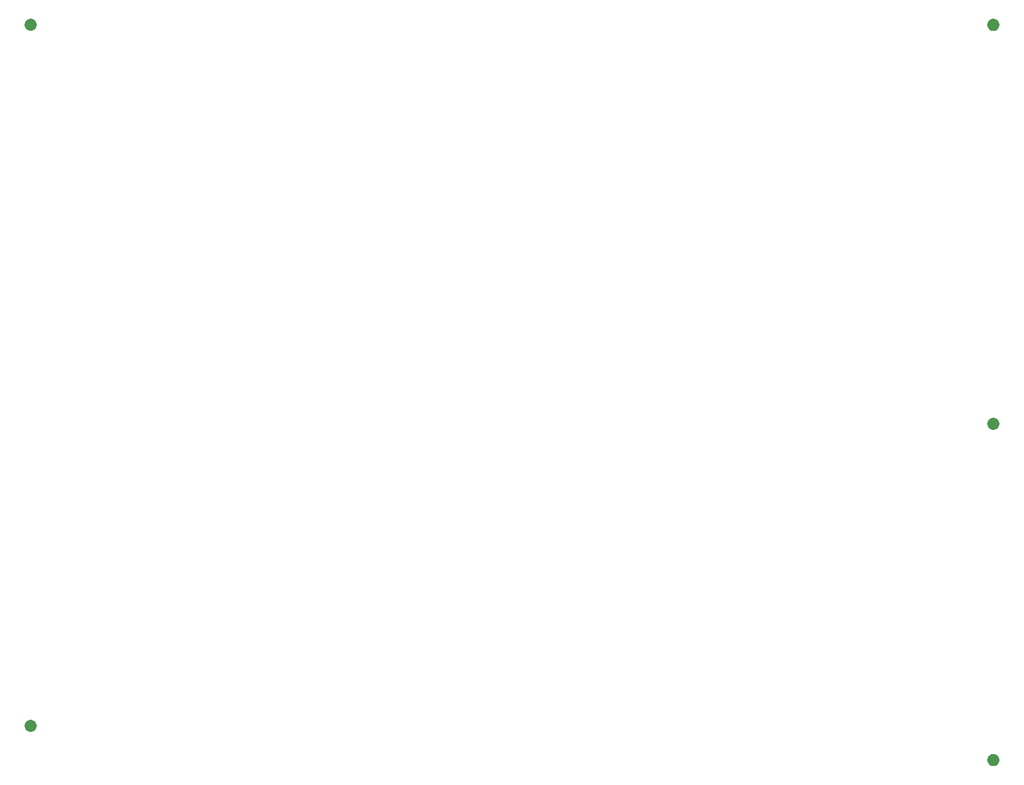
<source format=gbs>
G04 #@! TF.GenerationSoftware,KiCad,Pcbnew,(5.1.5-0-10_14)*
G04 #@! TF.CreationDate,2020-04-18T18:06:01+09:00*
G04 #@! TF.ProjectId,colice_pcb_left_bottom,636f6c69-6365-45f7-9063-625f6c656674,rev?*
G04 #@! TF.SameCoordinates,Original*
G04 #@! TF.FileFunction,Soldermask,Bot*
G04 #@! TF.FilePolarity,Negative*
%FSLAX46Y46*%
G04 Gerber Fmt 4.6, Leading zero omitted, Abs format (unit mm)*
G04 Created by KiCad (PCBNEW (5.1.5-0-10_14)) date 2020-04-18 18:06:01*
%MOMM*%
%LPD*%
G04 APERTURE LIST*
%ADD10C,0.100000*%
G04 APERTURE END LIST*
D10*
G36*
X203061081Y-164027431D02*
G01*
X203265999Y-164112311D01*
X203266001Y-164112312D01*
X203450423Y-164235539D01*
X203607261Y-164392377D01*
X203607262Y-164392379D01*
X203730489Y-164576801D01*
X203815369Y-164781719D01*
X203858640Y-164999257D01*
X203858640Y-165221063D01*
X203815369Y-165438601D01*
X203730489Y-165643519D01*
X203730488Y-165643521D01*
X203607261Y-165827943D01*
X203450423Y-165984781D01*
X203266001Y-166108008D01*
X203266000Y-166108009D01*
X203265999Y-166108009D01*
X203061081Y-166192889D01*
X202843543Y-166236160D01*
X202621737Y-166236160D01*
X202404199Y-166192889D01*
X202199281Y-166108009D01*
X202199280Y-166108009D01*
X202199279Y-166108008D01*
X202014857Y-165984781D01*
X201858019Y-165827943D01*
X201734792Y-165643521D01*
X201734791Y-165643519D01*
X201649911Y-165438601D01*
X201606640Y-165221063D01*
X201606640Y-164999257D01*
X201649911Y-164781719D01*
X201734791Y-164576801D01*
X201858018Y-164392379D01*
X201858019Y-164392377D01*
X202014857Y-164235539D01*
X202199279Y-164112312D01*
X202199281Y-164112311D01*
X202404199Y-164027431D01*
X202621737Y-163984160D01*
X202843543Y-163984160D01*
X203061081Y-164027431D01*
G37*
G36*
X23503401Y-157646951D02*
G01*
X23708319Y-157731831D01*
X23708321Y-157731832D01*
X23892743Y-157855059D01*
X24049581Y-158011897D01*
X24049582Y-158011899D01*
X24172809Y-158196321D01*
X24257689Y-158401239D01*
X24300960Y-158618777D01*
X24300960Y-158840583D01*
X24257689Y-159058121D01*
X24172809Y-159263039D01*
X24172808Y-159263041D01*
X24049581Y-159447463D01*
X23892743Y-159604301D01*
X23708321Y-159727528D01*
X23708320Y-159727529D01*
X23708319Y-159727529D01*
X23503401Y-159812409D01*
X23285863Y-159855680D01*
X23064057Y-159855680D01*
X22846519Y-159812409D01*
X22641601Y-159727529D01*
X22641600Y-159727529D01*
X22641599Y-159727528D01*
X22457177Y-159604301D01*
X22300339Y-159447463D01*
X22177112Y-159263041D01*
X22177111Y-159263039D01*
X22092231Y-159058121D01*
X22048960Y-158840583D01*
X22048960Y-158618777D01*
X22092231Y-158401239D01*
X22177111Y-158196321D01*
X22300338Y-158011899D01*
X22300339Y-158011897D01*
X22457177Y-157855059D01*
X22641599Y-157731832D01*
X22641601Y-157731831D01*
X22846519Y-157646951D01*
X23064057Y-157603680D01*
X23285863Y-157603680D01*
X23503401Y-157646951D01*
G37*
G36*
X203056001Y-101258951D02*
G01*
X203260919Y-101343831D01*
X203260921Y-101343832D01*
X203445343Y-101467059D01*
X203602181Y-101623897D01*
X203602182Y-101623899D01*
X203725409Y-101808321D01*
X203810289Y-102013239D01*
X203853560Y-102230777D01*
X203853560Y-102452583D01*
X203810289Y-102670121D01*
X203725409Y-102875039D01*
X203725408Y-102875041D01*
X203602181Y-103059463D01*
X203445343Y-103216301D01*
X203260921Y-103339528D01*
X203260920Y-103339529D01*
X203260919Y-103339529D01*
X203056001Y-103424409D01*
X202838463Y-103467680D01*
X202616657Y-103467680D01*
X202399119Y-103424409D01*
X202194201Y-103339529D01*
X202194200Y-103339529D01*
X202194199Y-103339528D01*
X202009777Y-103216301D01*
X201852939Y-103059463D01*
X201729712Y-102875041D01*
X201729711Y-102875039D01*
X201644831Y-102670121D01*
X201601560Y-102452583D01*
X201601560Y-102230777D01*
X201644831Y-102013239D01*
X201729711Y-101808321D01*
X201852938Y-101623899D01*
X201852939Y-101623897D01*
X202009777Y-101467059D01*
X202194199Y-101343832D01*
X202194201Y-101343831D01*
X202399119Y-101258951D01*
X202616657Y-101215680D01*
X202838463Y-101215680D01*
X203056001Y-101258951D01*
G37*
G36*
X203056001Y-26775991D02*
G01*
X203236393Y-26850712D01*
X203260921Y-26860872D01*
X203445343Y-26984099D01*
X203602181Y-27140937D01*
X203725408Y-27325359D01*
X203725409Y-27325361D01*
X203810289Y-27530279D01*
X203853560Y-27747817D01*
X203853560Y-27969623D01*
X203810289Y-28187161D01*
X203725409Y-28392079D01*
X203725408Y-28392081D01*
X203602181Y-28576503D01*
X203445343Y-28733341D01*
X203260921Y-28856568D01*
X203260920Y-28856569D01*
X203260919Y-28856569D01*
X203056001Y-28941449D01*
X202838463Y-28984720D01*
X202616657Y-28984720D01*
X202399119Y-28941449D01*
X202194201Y-28856569D01*
X202194200Y-28856569D01*
X202194199Y-28856568D01*
X202009777Y-28733341D01*
X201852939Y-28576503D01*
X201729712Y-28392081D01*
X201729711Y-28392079D01*
X201644831Y-28187161D01*
X201601560Y-27969623D01*
X201601560Y-27747817D01*
X201644831Y-27530279D01*
X201729711Y-27325361D01*
X201729712Y-27325359D01*
X201852939Y-27140937D01*
X202009777Y-26984099D01*
X202194199Y-26860872D01*
X202218727Y-26850712D01*
X202399119Y-26775991D01*
X202616657Y-26732720D01*
X202838463Y-26732720D01*
X203056001Y-26775991D01*
G37*
G36*
X23508481Y-26765831D02*
G01*
X23713399Y-26850711D01*
X23713401Y-26850712D01*
X23897823Y-26973939D01*
X24054661Y-27130777D01*
X24061451Y-27140939D01*
X24177889Y-27315201D01*
X24262769Y-27520119D01*
X24306040Y-27737657D01*
X24306040Y-27959463D01*
X24262769Y-28177001D01*
X24258560Y-28187162D01*
X24177888Y-28381921D01*
X24054661Y-28566343D01*
X23897823Y-28723181D01*
X23713401Y-28846408D01*
X23713400Y-28846409D01*
X23713399Y-28846409D01*
X23508481Y-28931289D01*
X23290943Y-28974560D01*
X23069137Y-28974560D01*
X22851599Y-28931289D01*
X22646681Y-28846409D01*
X22646680Y-28846409D01*
X22646679Y-28846408D01*
X22462257Y-28723181D01*
X22305419Y-28566343D01*
X22182192Y-28381921D01*
X22101520Y-28187162D01*
X22097311Y-28177001D01*
X22054040Y-27959463D01*
X22054040Y-27737657D01*
X22097311Y-27520119D01*
X22182191Y-27315201D01*
X22298629Y-27140939D01*
X22305419Y-27130777D01*
X22462257Y-26973939D01*
X22646679Y-26850712D01*
X22646681Y-26850711D01*
X22851599Y-26765831D01*
X23069137Y-26722560D01*
X23290943Y-26722560D01*
X23508481Y-26765831D01*
G37*
M02*

</source>
